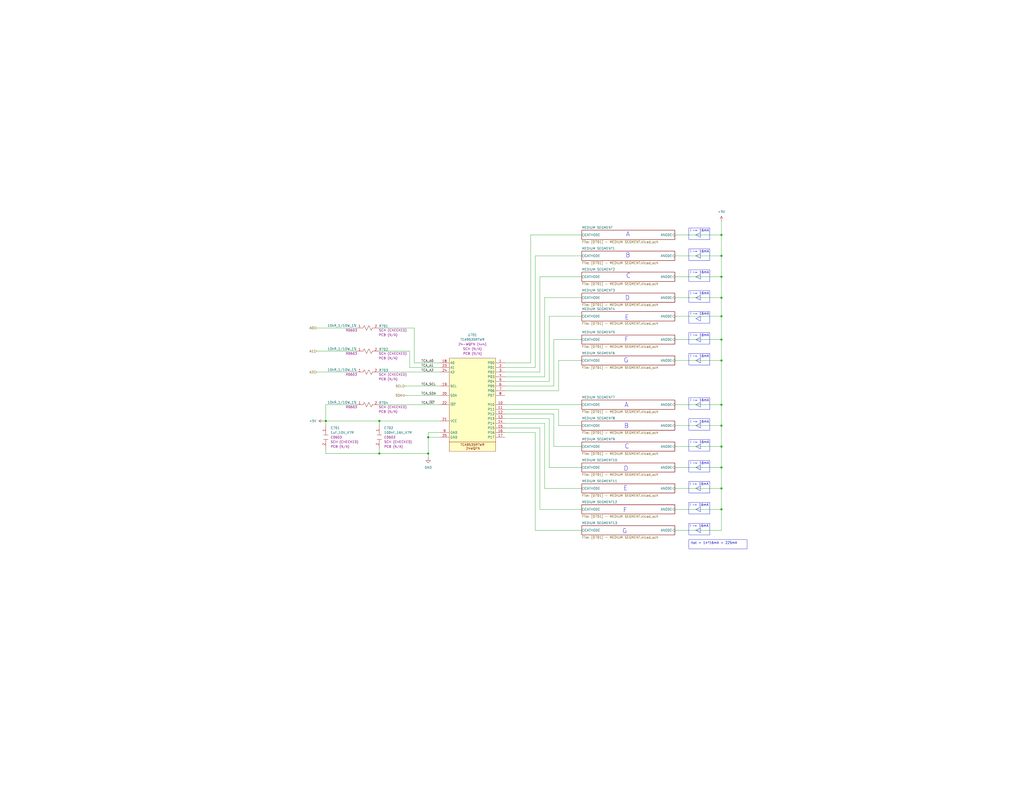
<source format=kicad_sch>
(kicad_sch (version 20231120) (generator "eeschema") (generator_version "8.0")
  (paper "C")
  (lib_symbols
    (symbol "_SCHLIB_Mini-Scoreboard:CAP_CER_100nF_16V_X7R_C0603"
      (property "Reference" "C" (at 3.302 4.318 0))
      (property "Value" "100nF_16V_X7R" (at 3.302 6.858 0))
      (property "Package" "C0603" (at 3.556 36.576 0))
      (property "SCH CHECK" "SCH (CHECKED)" (at 3.556 31.242 0))
      (property "PCB CHECK" "PCB (N/A)" (at 3.556 33.782 0))
      (symbol "CAP_CER_100nF_16V_X7R_C0603_0_0"
        (polyline (pts (xy 5.08 1.27) (xy 5.08 -1.27)))
        (polyline (pts (xy 7.62 1.27) (xy 7.62 -1.27)))
      )
      (symbol "CAP_CER_100nF_16V_X7R_C0603_1_1"
        (pin passive line (at 0 0 0) (length 5.08) (name "") (number "1"))
        (pin passive line (at 12.7 0 180) (length 5.08) (name "") (number "2"))
      )
    )
    (symbol "_SCHLIB_Mini-Scoreboard:CAP_CER_1uF_10V_X7R_C0603"
      (property "Reference" "C" (at 3.556 4.064 0))
      (property "Value" "1uF_10V_X7R" (at 3.81 6.604 0))
      (property "Package" "C0603" (at 3.81 35.306 0))
      (property "SCH CHECK" "SCH (CHECKED)" (at 3.81 29.972 0))
      (property "PCB CHECK" "PCB (N/A)" (at 3.81 32.512 0))
      (symbol "CAP_CER_1uF_10V_X7R_C0603_0_0"
        (polyline (pts (xy 5.08 1.27) (xy 5.08 -1.27)))
        (polyline (pts (xy 7.62 1.27) (xy 7.62 -1.27)))
      )
      (symbol "CAP_CER_1uF_10V_X7R_C0603_1_1"
        (pin passive line (at 0 0 0) (length 5.08) (name "") (number "1"))
        (pin passive line (at 12.7 0 180) (length 5.08) (name "") (number "2"))
      )
    )
    (symbol "_SCHLIB_Mini-Scoreboard:IC_I/O EXPANDER_TCA9535RTWR_16bits_I2C/SMBUS_5.5V_24-WQFN (4x4)"
      (property "Reference" "U" (at 3.556 4.064 0))
      (property "Value" "TCA9535RTWR" (at 3.81 6.604 0))
      (property "Package" "24-WQFN (4x4)" (at 3.81 35.306 0))
      (property "SCH CHECK" "SCH (N/A)" (at 3.81 29.972 0))
      (property "PCB CHECK" "PCB (N/A)" (at 3.81 32.512 0))
      (symbol "IC_I/O EXPANDER_TCA9535RTWR_16bits_I2C/SMBUS_5.5V_24-WQFN (4x4)_1_1"
        (polyline (pts (xy 0 -45.72) (xy 25.4 -45.72)))
        (rectangle (start 0 0) (end 25.4 -50.8) (fill (type background)))
        (text "24WQFN" (at 12.954 -49.276 0) (effects (font (size 1.27 1.27))))
        (text "TCA9535RTWR" (at 12.7 -47.244 0) (effects (font (size 1.27 1.27))))
        (pin passive line (at 30.48 -2.54 180) (length 5.08) (name "P00") (number "1"))
        (pin passive line (at 30.48 -25.4 180) (length 5.08) (name "P10") (number "10"))
        (pin passive line (at 30.48 -27.94 180) (length 5.08) (name "P11") (number "11"))
        (pin passive line (at 30.48 -30.48 180) (length 5.08) (name "P12") (number "12"))
        (pin passive line (at 30.48 -33.02 180) (length 5.08) (name "P13") (number "13"))
        (pin passive line (at 30.48 -35.56 180) (length 5.08) (name "P14") (number "14"))
        (pin passive line (at 30.48 -38.1 180) (length 5.08) (name "P15") (number "15"))
        (pin passive line (at 30.48 -40.64 180) (length 5.08) (name "P16") (number "16"))
        (pin passive line (at 30.48 -43.18 180) (length 5.08) (name "P17") (number "17"))
        (pin passive line (at -5.08 -2.54 0) (length 5.08) (name "A0") (number "18"))
        (pin passive line (at -5.08 -15.24 0) (length 5.08) (name "SCL") (number "19"))
        (pin passive line (at 30.48 -5.08 180) (length 5.08) (name "P01") (number "2"))
        (pin passive line (at -5.08 -20.32 0) (length 5.08) (name "SDA") (number "20"))
        (pin passive line (at -5.08 -34.29 0) (length 5.08) (name "VCC") (number "21"))
        (pin passive line (at -5.08 -25.4 0) (length 5.08) (name "~{INT}") (number "22"))
        (pin passive line (at -5.08 -5.08 0) (length 5.08) (name "A1") (number "23"))
        (pin passive line (at -5.08 -7.62 0) (length 5.08) (name "A2") (number "24"))
        (pin passive line (at -5.08 -43.18 0) (length 5.08) (name "GND") (number "25"))
        (pin passive line (at 30.48 -7.62 180) (length 5.08) (name "P02") (number "3"))
        (pin passive line (at 30.48 -10.16 180) (length 5.08) (name "P03") (number "4"))
        (pin passive line (at 30.48 -12.7 180) (length 5.08) (name "P04") (number "5"))
        (pin passive line (at 30.48 -15.24 180) (length 5.08) (name "P05") (number "6"))
        (pin passive line (at 30.48 -17.78 180) (length 5.08) (name "P06") (number "7"))
        (pin passive line (at 30.48 -20.32 180) (length 5.08) (name "P07") (number "8"))
        (pin passive line (at -5.08 -40.64 0) (length 5.08) (name "GND") (number "9"))
      )
    )
    (symbol "_SCHLIB_Mini-Scoreboard:RES_10kR_1/10W_1%_R0603"
      (property "Reference" "R" (at 3.302 4.572 0))
      (property "Value" "10kR_1/10W_1%" (at 3.302 6.858 0))
      (property "Package" "R0603" (at 3.302 31.242 0))
      (property "SCH CHECK" "SCH (CHECKED)" (at 3.302 26.67 0))
      (property "PCB CHECK" "PCB (N/A)" (at 3.302 28.956 0))
      (symbol "RES_10kR_1/10W_1%_R0603_0_0"
        (polyline (pts (xy 3.81 0) (xy 4.445 1.27) (xy 5.715 -1.27) (xy 6.985 1.27) (xy 8.255 -1.27) (xy 8.89 0)))
      )
      (symbol "RES_10kR_1/10W_1%_R0603_1_1"
        (pin passive line (at 0 0 0) (length 3.81) (name "") (number "1"))
        (pin passive line (at 12.7 0 180) (length 3.81) (name "") (number "2"))
      )
    )
    (symbol "power:+5V" (power) (pin_numbers hide) (pin_names (offset 0) hide)
      (property "Value" "+5V" (at 0 3.556 0))
      (symbol "+5V_0_1"
        (polyline (pts (xy -0.762 1.27) (xy 0 2.54)))
        (polyline (pts (xy 0 0) (xy 0 2.54)))
        (polyline (pts (xy 0 2.54) (xy 0.762 1.27)))
      )
      (symbol "+5V_1_1"
        (pin power_in line (at 0 0 90) (length 0) (name "~") (number "1"))
      )
    )
    (symbol "power:GND" (power) (pin_numbers hide) (pin_names (offset 0) hide)
      (property "Value" "GND" (at 0 -3.81 0))
      (symbol "GND_0_1"
        (polyline (pts (xy 0 0) (xy 0 -1.27) (xy 1.27 -1.27) (xy 0 -2.54) (xy -1.27 -1.27) (xy 0 -1.27)))
      )
      (symbol "GND_1_1"
        (pin power_in line (at 0 0 270) (length 0) (name "~") (number "1"))
      )
    )
  )
  (junction (at 393.7 196.85))
  (junction (at 233.68 247.65))
  (junction (at 393.7 243.84))
  (junction (at 393.7 128.27))
  (junction (at 393.7 266.7))
  (junction (at 393.7 232.41))
  (junction (at 393.7 162.56))
  (junction (at 393.7 185.42))
  (junction (at 233.68 238.76))
  (junction (at 177.8 229.87))
  (junction (at 207.01 247.65))
  (junction (at 393.7 151.13))
  (junction (at 393.7 139.7))
  (junction (at 393.7 255.27))
  (junction (at 393.7 278.13))
  (junction (at 207.01 229.87))
  (junction (at 393.7 172.72))
  (junction (at 393.7 220.98))
  (polyline (pts (xy 382.27 138.43) (xy 379.73 139.7)))
  (wire (pts (xy 368.3 172.72) (xy 393.7 172.72)))
  (wire (pts (xy 220.98 210.82) (xy 240.03 210.82)))
  (wire (pts (xy 393.7 255.27) (xy 393.7 266.7)))
  (wire (pts (xy 223.52 200.66) (xy 240.03 200.66)))
  (wire (pts (xy 368.3 243.84) (xy 393.7 243.84)))
  (wire (pts (xy 292.1 289.56) (xy 317.5 289.56)))
  (polyline (pts (xy 379.73 255.27) (xy 382.27 256.54)))
  (wire (pts (xy 177.8 229.87) (xy 207.01 229.87)))
  (wire (pts (xy 275.59 223.52) (xy 304.8 223.52)))
  (wire (pts (xy 294.64 233.68) (xy 294.64 278.13)))
  (polyline (pts (xy 382.27 242.57) (xy 382.27 245.11)))
  (wire (pts (xy 393.7 266.7) (xy 393.7 278.13)))
  (wire (pts (xy 294.64 151.13) (xy 317.5 151.13)))
  (wire (pts (xy 368.3 139.7) (xy 393.7 139.7)))
  (wire (pts (xy 393.7 243.84) (xy 393.7 255.27)))
  (wire (pts (xy 292.1 236.22) (xy 292.1 289.56)))
  (wire (pts (xy 233.68 238.76) (xy 240.03 238.76)))
  (wire (pts (xy 275.59 236.22) (xy 292.1 236.22)))
  (polyline (pts (xy 382.27 254) (xy 379.73 255.27)))
  (polyline (pts (xy 382.27 149.86) (xy 382.27 152.4)))
  (wire (pts (xy 368.3 278.13) (xy 393.7 278.13)))
  (polyline (pts (xy 382.27 184.15) (xy 382.27 186.69)))
  (wire (pts (xy 294.64 278.13) (xy 317.5 278.13)))
  (polyline (pts (xy 379.73 289.56) (xy 382.27 290.83)))
  (wire (pts (xy 393.7 120.65) (xy 393.7 128.27)))
  (polyline (pts (xy 382.27 127) (xy 382.27 129.54)))
  (polyline (pts (xy 382.27 161.29) (xy 382.27 163.83)))
  (wire (pts (xy 207.01 229.87) (xy 207.01 232.41)))
  (wire (pts (xy 207.01 220.98) (xy 240.03 220.98)))
  (polyline (pts (xy 379.73 266.7) (xy 382.27 267.97)))
  (polyline (pts (xy 379.73 128.27) (xy 382.27 129.54)))
  (polyline (pts (xy 379.73 196.85) (xy 382.27 198.12)))
  (wire (pts (xy 223.52 191.77) (xy 223.52 200.66)))
  (wire (pts (xy 292.1 200.66) (xy 292.1 139.7)))
  (polyline (pts (xy 379.73 151.13) (xy 382.27 152.4)))
  (wire (pts (xy 172.72 179.07) (xy 194.31 179.07)))
  (polyline (pts (xy 382.27 254) (xy 382.27 256.54)))
  (wire (pts (xy 177.8 247.65) (xy 207.01 247.65)))
  (polyline (pts (xy 379.73 162.56) (xy 382.27 163.83)))
  (polyline (pts (xy 382.27 288.29) (xy 382.27 290.83)))
  (wire (pts (xy 275.59 228.6) (xy 299.72 228.6)))
  (polyline (pts (xy 379.73 243.84) (xy 382.27 245.11)))
  (wire (pts (xy 304.8 223.52) (xy 304.8 232.41)))
  (polyline (pts (xy 382.27 265.43) (xy 379.73 266.7)))
  (wire (pts (xy 220.98 215.9) (xy 240.03 215.9)))
  (wire (pts (xy 368.3 162.56) (xy 393.7 162.56)))
  (polyline (pts (xy 382.27 195.58) (xy 379.73 196.85)))
  (wire (pts (xy 226.06 198.12) (xy 240.03 198.12)))
  (wire (pts (xy 393.7 172.72) (xy 393.7 185.42)))
  (wire (pts (xy 368.3 220.98) (xy 393.7 220.98)))
  (polyline (pts (xy 382.27 138.43) (xy 382.27 140.97)))
  (wire (pts (xy 299.72 172.72) (xy 317.5 172.72)))
  (wire (pts (xy 393.7 220.98) (xy 393.7 232.41)))
  (wire (pts (xy 207.01 203.2) (xy 240.03 203.2)))
  (polyline (pts (xy 382.27 288.29) (xy 379.73 289.56)))
  (wire (pts (xy 299.72 255.27) (xy 317.5 255.27)))
  (wire (pts (xy 233.68 236.22) (xy 240.03 236.22)))
  (wire (pts (xy 393.7 128.27) (xy 393.7 139.7)))
  (wire (pts (xy 368.3 255.27) (xy 393.7 255.27)))
  (polyline (pts (xy 382.27 184.15) (xy 379.73 185.42)))
  (wire (pts (xy 299.72 208.28) (xy 299.72 172.72)))
  (wire (pts (xy 297.18 231.14) (xy 297.18 266.7)))
  (wire (pts (xy 368.3 196.85) (xy 393.7 196.85)))
  (wire (pts (xy 368.3 151.13) (xy 393.7 151.13)))
  (wire (pts (xy 302.26 226.06) (xy 302.26 243.84)))
  (wire (pts (xy 368.3 128.27) (xy 393.7 128.27)))
  (wire (pts (xy 299.72 228.6) (xy 299.72 255.27)))
  (wire (pts (xy 172.72 203.2) (xy 194.31 203.2)))
  (polyline (pts (xy 382.27 265.43) (xy 382.27 267.97)))
  (wire (pts (xy 233.68 250.19) (xy 233.68 247.65)))
  (wire (pts (xy 393.7 151.13) (xy 393.7 162.56)))
  (wire (pts (xy 289.56 198.12) (xy 289.56 128.27)))
  (wire (pts (xy 393.7 139.7) (xy 393.7 151.13)))
  (polyline (pts (xy 382.27 231.14) (xy 379.73 232.41)))
  (polyline (pts (xy 382.27 172.72) (xy 379.73 173.99)))
  (wire (pts (xy 176.53 229.87) (xy 177.8 229.87)))
  (wire (pts (xy 207.01 179.07) (xy 226.06 179.07)))
  (wire (pts (xy 275.59 205.74) (xy 297.18 205.74)))
  (polyline (pts (xy 379.73 173.99) (xy 382.27 175.26)))
  (wire (pts (xy 393.7 289.56) (xy 368.3 289.56)))
  (polyline (pts (xy 382.27 195.58) (xy 382.27 198.12)))
  (wire (pts (xy 393.7 196.85) (xy 393.7 220.98)))
  (polyline (pts (xy 382.27 231.14) (xy 382.27 233.68)))
  (wire (pts (xy 207.01 229.87) (xy 240.03 229.87)))
  (wire (pts (xy 275.59 208.28) (xy 299.72 208.28)))
  (wire (pts (xy 275.59 220.98) (xy 317.5 220.98)))
  (wire (pts (xy 294.64 203.2) (xy 294.64 151.13)))
  (wire (pts (xy 207.01 245.11) (xy 207.01 247.65)))
  (polyline (pts (xy 382.27 242.57) (xy 379.73 243.84)))
  (wire (pts (xy 275.59 200.66) (xy 292.1 200.66)))
  (wire (pts (xy 304.8 213.36) (xy 304.8 196.85)))
  (wire (pts (xy 302.26 185.42) (xy 317.5 185.42)))
  (wire (pts (xy 297.18 266.7) (xy 317.5 266.7)))
  (polyline (pts (xy 382.27 219.71) (xy 379.73 220.98)))
  (polyline (pts (xy 379.73 232.41) (xy 382.27 233.68)))
  (wire (pts (xy 233.68 247.65) (xy 233.68 238.76)))
  (wire (pts (xy 233.68 238.76) (xy 233.68 236.22)))
  (wire (pts (xy 292.1 139.7) (xy 317.5 139.7)))
  (wire (pts (xy 275.59 226.06) (xy 302.26 226.06)))
  (wire (pts (xy 302.26 243.84) (xy 317.5 243.84)))
  (wire (pts (xy 368.3 232.41) (xy 393.7 232.41)))
  (wire (pts (xy 302.26 210.82) (xy 302.26 185.42)))
  (wire (pts (xy 275.59 233.68) (xy 294.64 233.68)))
  (polyline (pts (xy 382.27 149.86) (xy 379.73 151.13)))
  (polyline (pts (xy 379.73 139.7) (xy 382.27 140.97)))
  (wire (pts (xy 275.59 210.82) (xy 302.26 210.82)))
  (wire (pts (xy 275.59 198.12) (xy 289.56 198.12)))
  (wire (pts (xy 297.18 162.56) (xy 317.5 162.56)))
  (wire (pts (xy 275.59 203.2) (xy 294.64 203.2)))
  (wire (pts (xy 177.8 245.11) (xy 177.8 247.65)))
  (polyline (pts (xy 382.27 172.72) (xy 382.27 175.26)))
  (polyline (pts (xy 379.73 278.13) (xy 382.27 279.4)))
  (wire (pts (xy 368.3 266.7) (xy 393.7 266.7)))
  (polyline (pts (xy 382.27 219.71) (xy 382.27 222.25)))
  (wire (pts (xy 275.59 213.36) (xy 304.8 213.36)))
  (wire (pts (xy 393.7 232.41) (xy 393.7 243.84)))
  (polyline (pts (xy 382.27 276.86) (xy 379.73 278.13)))
  (polyline (pts (xy 382.27 161.29) (xy 379.73 162.56)))
  (wire (pts (xy 368.3 185.42) (xy 393.7 185.42)))
  (wire (pts (xy 177.8 229.87) (xy 177.8 232.41)))
  (wire (pts (xy 275.59 231.14) (xy 297.18 231.14)))
  (wire (pts (xy 304.8 196.85) (xy 317.5 196.85)))
  (wire (pts (xy 207.01 191.77) (xy 223.52 191.77)))
  (wire (pts (xy 194.31 220.98) (xy 177.8 220.98)))
  (wire (pts (xy 393.7 278.13) (xy 393.7 289.56)))
  (polyline (pts (xy 382.27 127) (xy 379.73 128.27)))
  (wire (pts (xy 226.06 179.07) (xy 226.06 198.12)))
  (wire (pts (xy 177.8 220.98) (xy 177.8 229.87)))
  (wire (pts (xy 289.56 128.27) (xy 317.5 128.27)))
  (wire (pts (xy 207.01 247.65) (xy 233.68 247.65)))
  (wire (pts (xy 393.7 185.42) (xy 393.7 196.85)))
  (polyline (pts (xy 382.27 276.86) (xy 382.27 279.4)))
  (wire (pts (xy 297.18 205.74) (xy 297.18 162.56)))
  (wire (pts (xy 393.7 162.56) (xy 393.7 172.72)))
  (wire (pts (xy 172.72 191.77) (xy 194.31 191.77)))
  (wire (pts (xy 304.8 232.41) (xy 317.5 232.41)))
  (polyline (pts (xy 379.73 185.42) (xy 382.27 186.69)))
  (polyline (pts (xy 379.73 220.98) (xy 382.27 222.25)))
  (rectangle (start 375.92 251.46) (end 387.35 257.81))
  (rectangle (start 375.92 262.89) (end 387.35 269.24))
  (rectangle (start 375.92 158.75) (end 387.35 165.1))
  (rectangle (start 375.92 285.75) (end 387.35 292.1))
  (rectangle (start 375.92 193.04) (end 387.35 199.39))
  (rectangle (start 375.92 181.61) (end 387.35 187.96))
  (rectangle (start 375.92 124.46) (end 387.35 130.81))
  (rectangle (start 375.92 147.32) (end 387.35 153.67))
  (rectangle (start 375.92 217.17) (end 387.35 223.52))
  (rectangle (start 375.92 170.18) (end 387.35 176.53))
  (rectangle (start 375.92 228.6) (end 387.35 234.95))
  (rectangle (start 375.92 135.89) (end 387.35 142.24))
  (rectangle (start 375.92 274.32) (end 387.35 280.67))
  (rectangle (start 375.92 240.03) (end 387.35 246.38))
  (text_box "Itot = 14*16mA = 225mA" (at 375.92 294.64 0) (size 31.75 5.08) (effects (font (size 1.27 1.27)) (justify left top)))
  (text "D" (at 342.392 162.814 0) (effects (font (size 2.54 2.54))))
  (text "I ~= 16mA" (at 381.508 275.844 0) (effects (font (size 1.27 1.27))))
  (text "G" (at 341.63 196.85 0) (effects (font (size 2.54 2.54))))
  (text "D" (at 341.63 256.032 0) (effects (font (size 2.54 2.54))))
  (text "E" (at 341.376 266.7 0) (effects (font (size 2.54 2.54))))
  (text "B" (at 342.646 139.446 0) (effects (font (size 2.54 2.54))))
  (text "C" (at 342.9 150.622 0) (effects (font (size 2.54 2.54))))
  (text "B" (at 341.884 232.664 0) (effects (font (size 2.54 2.54))))
  (text "I ~= 16mA" (at 381.762 183.134 0) (effects (font (size 1.27 1.27))))
  (text "A" (at 341.884 221.234 0) (effects (font (size 2.54 2.54))))
  (text "I ~= 16mA" (at 381.762 160.274 0) (effects (font (size 1.27 1.27))))
  (text "A" (at 342.646 128.016 0) (effects (font (size 2.54 2.54))))
  (text "I ~= 16mA" (at 381.762 241.554 0) (effects (font (size 1.27 1.27))))
  (text "I ~= 16mA" (at 381.762 148.844 0) (effects (font (size 1.27 1.27))))
  (text "I ~= 16mA" (at 381.508 287.274 0) (effects (font (size 1.27 1.27))))
  (text "I ~= 16mA" (at 381.762 125.984 0) (effects (font (size 1.27 1.27))))
  (text "G" (at 340.868 290.068 0) (effects (font (size 2.54 2.54))))
  (text "I ~= 16mA" (at 381.762 230.378 0) (effects (font (size 1.27 1.27))))
  (text "E" (at 342.138 173.482 0) (effects (font (size 2.54 2.54))))
  (text "I ~= 16mA" (at 381.762 194.564 0) (effects (font (size 1.27 1.27))))
  (text "I ~= 16mA" (at 381.508 264.414 0) (effects (font (size 1.27 1.27))))
  (text "I ~= 16mA" (at 381.762 137.414 0) (effects (font (size 1.27 1.27))))
  (text "F" (at 341.122 278.638 0) (effects (font (size 2.54 2.54))))
  (text "I ~= 16mA" (at 381.762 252.984 0) (effects (font (size 1.27 1.27))))
  (text "I ~= 16mA" (at 381.762 218.694 0) (effects (font (size 1.27 1.27))))
  (text "C" (at 342.138 243.84 0) (effects (font (size 2.54 2.54))))
  (text "F" (at 341.884 185.42 0) (effects (font (size 2.54 2.54))))
  (text "I ~= 16mA" (at 381.762 171.45 0) (effects (font (size 1.27 1.27))))
  (label "TCA_A1" (at 229.87 200.66 0))
  (label "TCA_A2" (at 229.87 203.2 0))
  (label "TCA_SCL" (at 229.87 210.82 0))
  (label "TCA_SDA" (at 229.87 215.9 0))
  (label "TCA_A0" (at 229.87 198.12 0))
  (label "TCA_~{INT}" (at 229.87 220.98 0))
  (hierarchical_label "SDA" (shape bidirectional) (at 220.98 215.9 180))
  (hierarchical_label "SCL" (shape input) (at 220.98 210.82 180))
  (hierarchical_label "A0" (shape input) (at 172.72 179.07 180))
  (hierarchical_label "A2" (shape input) (at 172.72 203.2 180))
  (hierarchical_label "A1" (shape input) (at 172.72 191.77 180))
  (symbol (lib_id "power:+5V") (at 176.53 229.87 90) (unit 1)
    (property "Reference" "#PWR0702" (effects (hide yes)))
    (property "Value" "+5V" (at 172.72 229.8699 90) (effects (justify left)))
    (property "Description" "Power symbol creates a global label with name \"+5V\"" (effects (hide yes)))
    (instances (project "_HW_Mini-Scoreboard" (path "" (reference "#PWR0702") (unit 1)) (path "" (reference "#PWR013201") (unit 1))))
  )
  (symbol (lib_id "_SCHLIB_Mini-Scoreboard:RES_10kR_1/10W_1%_R0603") (at 194.31 220.98 0) (unit 1)
    (property "Reference" "R704" (at 209.296 219.964 0))
    (property "Value" "10kR_1/10W_1%" (at 186.69 219.71 0))
    (property "Footprint" "Resistor_SMD:R_0603_1608Metric" (effects (hide yes)))
    (property "Datasheet" "https://www.seielect.com/catalog/sei-rmcf_rmcp.pdf" (effects (hide yes)))
    (property "Description" "10 kOhms ±1% 0.1W, 1/10W Chip Resistor 0603 (1608 Metric) Automotive AEC-Q200 Thick Film" (effects (hide yes)))
    (property "Package" "R0603" (at 191.77 222.25 0))
    (property "Part Number (Manufacturer)" "RMCF0603FT10K0" (effects (hide yes)))
    (property "Manufacturer" "Stackpole Electronics Inc" (effects (hide yes)))
    (property "Part Number (Vendor)" "RMCF0603FT10K0TR-ND" (effects (hide yes)))
    (property "Vendor" "Digikey" (effects (hide yes)))
    (property "Purchase Link" "https://www.digikey.ca/en/products/detail/stackpole-electronics-inc/RMCF0603FT10K0/1761235" (effects (hide yes)))
    (property "SCH CHECK" "SCH (CHECKED)" (at 214.376 222.25 0))
    (property "PCB CHECK" "PCB (N/A)" (at 211.836 224.79 0))
    (instances (project "_HW_Mini-Scoreboard" (path "" (reference "R704") (unit 1)) (path "" (reference "R13204") (unit 1))))
  )
  (symbol (lib_id "_SCHLIB_Mini-Scoreboard:CAP_CER_1uF_10V_X7R_C0603") (at 177.8 232.41 270) (unit 1)
    (property "Reference" "C701" (at 180.34 233.6799 90) (effects (justify left)))
    (property "Value" "1uF_10V_X7R" (at 180.34 236.2199 90) (effects (justify left)))
    (property "Footprint" "Capacitor_SMD:C_0603_1608Metric" (effects (hide yes)))
    (property "Datasheet" "https://mm.digikey.com/Volume0/opasdata/d220001/medias/docus/3584/CL10B105KP8NNNC_Spec.pdf" (effects (hide yes)))
    (property "Description" "1 µF ±10% 10V Ceramic Capacitor X7R 0603 (1608 Metric)" (effects (hide yes)))
    (property "Package" "C0603" (at 180.34 238.7599 90) (effects (justify left)))
    (property "Part Number (Manufacturer)" "CL10B105KP8NNNC" (effects (hide yes)))
    (property "Manufacturer" "Samsung Electro-Mechanics" (effects (hide yes)))
    (property "Part Number (Vendor)" "1276-1946-2-ND" (effects (hide yes)))
    (property "Vendor" "Digikey" (effects (hide yes)))
    (property "Purchase Link" "https://www.digikey.ca/en/products/detail/samsung-electro-mechanics/CL10B105KP8NNNC/3887604" (effects (hide yes)))
    (property "SCH CHECK" "SCH (CHECKED)" (at 180.34 241.2999 90) (effects (justify left)))
    (property "PCB CHECK" "PCB (N/A)" (at 180.34 243.8399 90) (effects (justify left)))
    (instances (project "_HW_Mini-Scoreboard" (path "" (reference "C701") (unit 1)) (path "" (reference "C13201") (unit 1))))
  )
  (symbol (lib_id "power:+5V") (at 393.7 120.65 0) (unit 1)
    (property "Reference" "#PWR013203" (effects (hide yes)))
    (property "Value" "+5V" (at 393.7 115.57 0))
    (property "Description" "Power symbol creates a global label with name \"+5V\"" (effects (hide yes)))
  )
  (symbol (lib_id "_SCHLIB_Mini-Scoreboard:RES_10kR_1/10W_1%_R0603") (at 194.31 203.2 0) (unit 1)
    (property "Reference" "R703" (at 209.296 202.184 0))
    (property "Value" "10kR_1/10W_1%" (at 186.69 201.93 0))
    (property "Footprint" "Resistor_SMD:R_0603_1608Metric" (effects (hide yes)))
    (property "Datasheet" "https://www.seielect.com/catalog/sei-rmcf_rmcp.pdf" (effects (hide yes)))
    (property "Description" "10 kOhms ±1% 0.1W, 1/10W Chip Resistor 0603 (1608 Metric) Automotive AEC-Q200 Thick Film" (effects (hide yes)))
    (property "Package" "R0603" (at 191.77 204.47 0))
    (property "Part Number (Manufacturer)" "RMCF0603FT10K0" (effects (hide yes)))
    (property "Manufacturer" "Stackpole Electronics Inc" (effects (hide yes)))
    (property "Part Number (Vendor)" "RMCF0603FT10K0TR-ND" (effects (hide yes)))
    (property "Vendor" "Digikey" (effects (hide yes)))
    (property "Purchase Link" "https://www.digikey.ca/en/products/detail/stackpole-electronics-inc/RMCF0603FT10K0/1761235" (effects (hide yes)))
    (property "SCH CHECK" "SCH (CHECKED)" (at 214.376 204.47 0))
    (property "PCB CHECK" "PCB (N/A)" (at 211.836 207.01 0))
    (instances (project "_HW_Mini-Scoreboard" (path "" (reference "R703") (unit 1)) (path "" (reference "R13203") (unit 1))))
  )
  (symbol (lib_id "_SCHLIB_Mini-Scoreboard:RES_10kR_1/10W_1%_R0603") (at 194.31 191.77 0) (unit 1)
    (property "Reference" "R702" (at 209.296 190.754 0))
    (property "Value" "10kR_1/10W_1%" (at 186.69 190.5 0))
    (property "Footprint" "Resistor_SMD:R_0603_1608Metric" (effects (hide yes)))
    (property "Datasheet" "https://www.seielect.com/catalog/sei-rmcf_rmcp.pdf" (effects (hide yes)))
    (property "Description" "10 kOhms ±1% 0.1W, 1/10W Chip Resistor 0603 (1608 Metric) Automotive AEC-Q200 Thick Film" (effects (hide yes)))
    (property "Package" "R0603" (at 191.77 193.04 0))
    (property "Part Number (Manufacturer)" "RMCF0603FT10K0" (effects (hide yes)))
    (property "Manufacturer" "Stackpole Electronics Inc" (effects (hide yes)))
    (property "Part Number (Vendor)" "RMCF0603FT10K0TR-ND" (effects (hide yes)))
    (property "Vendor" "Digikey" (effects (hide yes)))
    (property "Purchase Link" "https://www.digikey.ca/en/products/detail/stackpole-electronics-inc/RMCF0603FT10K0/1761235" (effects (hide yes)))
    (property "SCH CHECK" "SCH (CHECKED)" (at 214.376 193.04 0))
    (property "PCB CHECK" "PCB (N/A)" (at 211.836 195.58 0))
    (instances (project "_HW_Mini-Scoreboard" (path "" (reference "R702") (unit 1)) (path "" (reference "R13202") (unit 1))))
  )
  (symbol (lib_id "power:GND") (at 233.68 250.19 0) (unit 1)
    (property "Reference" "#PWR0703" (effects (hide yes)))
    (property "Value" "GND" (at 233.68 255.27 0))
    (property "Description" "Power symbol creates a global label with name \"GND\" , ground" (effects (hide yes)))
    (instances (project "_HW_Mini-Scoreboard" (path "" (reference "#PWR0703") (unit 1)) (path "" (reference "#PWR013202") (unit 1))))
  )
  (symbol (lib_id "_SCHLIB_Mini-Scoreboard:CAP_CER_100nF_16V_X7R_C0603") (at 207.01 232.41 270) (unit 1)
    (property "Reference" "C702" (at 209.55 233.6799 90) (effects (justify left)))
    (property "Value" "100nF_16V_X7R" (at 209.55 236.2199 90) (effects (justify left)))
    (property "Footprint" "Capacitor_SMD:C_0603_1608Metric" (effects (hide yes)))
    (property "Datasheet" "https://mm.digikey.com/Volume0/opasdata/d220001/medias/docus/609/CL10B104KO8NNNC_Spec.pdf" (effects (hide yes)))
    (property "Description" "0.1 µF ±10% 16V Ceramic Capacitor X7R 0603 (1608 Metric)" (effects (hide yes)))
    (property "Package" "C0603" (at 209.55 238.7599 90) (effects (justify left)))
    (property "Part Number (Manufacturer)" "CL10B104KO8NNNC" (effects (hide yes)))
    (property "Manufacturer" "Samsung Electro-Mechanics" (effects (hide yes)))
    (property "Part Number (Vendor)" "1276-1005-2-ND" (effects (hide yes)))
    (property "Vendor" "Digikey" (effects (hide yes)))
    (property "Purchase Link" "https://www.digikey.ca/en/products/detail/samsung-electro-mechanics/CL10B104KO8NNNC/3886663" (effects (hide yes)))
    (property "SCH CHECK" "SCH (CHECKED)" (at 209.55 241.2999 90) (effects (justify left)))
    (property "PCB CHECK" "PCB (N/A)" (at 209.55 243.8399 90) (effects (justify left)))
    (instances (project "_HW_Mini-Scoreboard" (path "" (reference "C702") (unit 1)) (path "" (reference "C13202") (unit 1))))
  )
  (symbol (lib_id "_SCHLIB_Mini-Scoreboard:IC_I/O EXPANDER_TCA9535RTWR_16bits_I2C/SMBUS_5.5V_24-WQFN (4x4)") (at 245.11 195.58 0) (unit 1)
    (property "Reference" "U701" (at 257.81 182.88 0))
    (property "Value" "TCA9535RTWR" (at 257.81 185.42 0))
    (property "Footprint" "_PCBLIB_Mini-Scoreboard:24WQFN_2P45X2P45" (effects (hide yes)))
    (property "Datasheet" "https://www.ti.com/general/docs/suppproductinfo.tsp?distId=10&gotoUrl=https%3A%2F%2Fwww.ti.com%2Flit%2Fgpn%2Ftca9535" (effects (hide yes)))
    (property "Description" "I/O Expander 16 I2C, SMBus 400 kHz 24-WQFN (4x4)" (effects (hide yes)))
    (property "Package" "24-WQFN (4x4)" (at 257.81 187.96 0))
    (property "Part Number (Manufacturer)" "TCA9535RTWR" (effects (hide yes)))
    (property "Manufacturer" "Texas Instruments" (effects (hide yes)))
    (property "Part Number (Vendor)" "296-25156-2-ND" (effects (hide yes)))
    (property "Vendor" "Digikey" (effects (hide yes)))
    (property "Purchase Link" "https://www.digikey.ca/en/products/detail/texas-instruments/TCA9535RTWR/2170374" (effects (hide yes)))
    (property "SCH CHECK" "SCH (N/A)" (at 257.81 190.5 0))
    (property "PCB CHECK" "PCB (N/A)" (at 257.81 193.04 0))
    (instances (project "_HW_Mini-Scoreboard" (path "" (reference "U701") (unit 1)) (path "" (reference "U13201") (unit 1))))
  )
  (symbol (lib_id "_SCHLIB_Mini-Scoreboard:RES_10kR_1/10W_1%_R0603") (at 194.31 179.07 0) (unit 1)
    (property "Reference" "R701" (at 209.296 178.054 0))
    (property "Value" "10kR_1/10W_1%" (at 186.69 177.8 0))
    (property "Footprint" "Resistor_SMD:R_0603_1608Metric" (effects (hide yes)))
    (property "Datasheet" "https://www.seielect.com/catalog/sei-rmcf_rmcp.pdf" (effects (hide yes)))
    (property "Description" "10 kOhms ±1% 0.1W, 1/10W Chip Resistor 0603 (1608 Metric) Automotive AEC-Q200 Thick Film" (effects (hide yes)))
    (property "Package" "R0603" (at 191.77 180.34 0))
    (property "Part Number (Manufacturer)" "RMCF0603FT10K0" (effects (hide yes)))
    (property "Manufacturer" "Stackpole Electronics Inc" (effects (hide yes)))
    (property "Part Number (Vendor)" "RMCF0603FT10K0TR-ND" (effects (hide yes)))
    (property "Vendor" "Digikey" (effects (hide yes)))
    (property "Purchase Link" "https://www.digikey.ca/en/products/detail/stackpole-electronics-inc/RMCF0603FT10K0/1761235" (effects (hide yes)))
    (property "SCH CHECK" "SCH (CHECKED)" (at 214.376 180.34 0))
    (property "PCB CHECK" "PCB (N/A)" (at 211.836 182.88 0))
    (instances (project "_HW_Mini-Scoreboard" (path "" (reference "R701") (unit 1)) (path "" (reference "R13201") (unit 1))))
  )
  (sheet (at 317.5 194.31) (size 50.8 5.08) (stroke (width 0.1524))
    (property "Sheetname" "MEDIUM SEGMENT6" (at 317.5 193.5984 0) (effects (justify left bottom)))
    (property "Sheetfile" "[0701] - MEDIUM SEGMENT.kicad_sch" (at 317.5 199.9746 0) (effects (justify left top)))
    (pin "ANODE" input (at 368.3 196.85 0))
    (pin "CATHODE" output (at 317.5 196.85 180))
  )
  (sheet (at 317.5 252.73) (size 50.8 5.08) (stroke (width 0.1524))
    (property "Sheetname" "MEDIUM SEGMENT10" (at 317.5 252.0184 0) (effects (justify left bottom)))
    (property "Sheetfile" "[0701] - MEDIUM SEGMENT.kicad_sch" (at 317.5 258.3946 0) (effects (justify left top)))
    (pin "ANODE" input (at 368.3 255.27 0))
    (pin "CATHODE" output (at 317.5 255.27 180))
  )
  (sheet (at 317.5 125.73) (size 50.8 5.08) (stroke (width 0.1524))
    (property "Sheetname" "MEDIUM SEGMENT" (at 317.5 125.0184 0) (effects (justify left bottom)))
    (property "Sheetfile" "[0701] - MEDIUM SEGMENT.kicad_sch" (at 317.5 131.3946 0) (effects (justify left top)))
    (pin "ANODE" input (at 368.3 128.27 0))
    (pin "CATHODE" output (at 317.5 128.27 180))
  )
  (sheet (at 317.5 182.88) (size 50.8 5.08) (stroke (width 0.1524))
    (property "Sheetname" "MEDIUM SEGMENT5" (at 317.5 182.1684 0) (effects (justify left bottom)))
    (property "Sheetfile" "[0701] - MEDIUM SEGMENT.kicad_sch" (at 317.5 188.5446 0) (effects (justify left top)))
    (pin "ANODE" input (at 368.3 185.42 0))
    (pin "CATHODE" output (at 317.5 185.42 180))
  )
  (sheet (at 317.5 275.59) (size 50.8 5.08) (stroke (width 0.1524))
    (property "Sheetname" "MEDIUM SEGMENT12" (at 317.5 274.8784 0) (effects (justify left bottom)))
    (property "Sheetfile" "[0701] - MEDIUM SEGMENT.kicad_sch" (at 317.5 281.2546 0) (effects (justify left top)))
    (pin "ANODE" input (at 368.3 278.13 0))
    (pin "CATHODE" output (at 317.5 278.13 180))
  )
  (sheet (at 317.5 241.3) (size 50.8 5.08) (stroke (width 0.1524))
    (property "Sheetname" "MEDIUM SEGMENT9" (at 317.5 240.5884 0) (effects (justify left bottom)))
    (property "Sheetfile" "[0701] - MEDIUM SEGMENT.kicad_sch" (at 317.5 246.9646 0) (effects (justify left top)))
    (pin "ANODE" input (at 368.3 243.84 0))
    (pin "CATHODE" output (at 317.5 243.84 180))
  )
  (sheet (at 317.5 287.02) (size 50.8 5.08) (stroke (width 0.1524))
    (property "Sheetname" "MEDIUM SEGMENT13" (at 317.5 286.3084 0) (effects (justify left bottom)))
    (property "Sheetfile" "[0701] - MEDIUM SEGMENT.kicad_sch" (at 317.5 292.6846 0) (effects (justify left top)))
    (pin "ANODE" input (at 368.3 289.56 0))
    (pin "CATHODE" output (at 317.5 289.56 180))
  )
  (sheet (at 317.5 229.87) (size 50.8 5.08) (stroke (width 0.1524))
    (property "Sheetname" "MEDIUM SEGMENT8" (at 317.5 229.1584 0) (effects (justify left bottom)))
    (property "Sheetfile" "[0701] - MEDIUM SEGMENT.kicad_sch" (at 317.5 235.5346 0) (effects (justify left top)))
    (pin "ANODE" input (at 368.3 232.41 0))
    (pin "CATHODE" output (at 317.5 232.41 180))
  )
  (sheet (at 317.5 264.16) (size 50.8 5.08) (stroke (width 0.1524))
    (property "Sheetname" "MEDIUM SEGMENT11" (at 317.5 263.4484 0) (effects (justify left bottom)))
    (property "Sheetfile" "[0701] - MEDIUM SEGMENT.kicad_sch" (at 317.5 269.8246 0) (effects (justify left top)))
    (pin "ANODE" input (at 368.3 266.7 0))
    (pin "CATHODE" output (at 317.5 266.7 180))
  )
  (sheet (at 317.5 218.44) (size 50.8 5.08) (stroke (width 0.1524))
    (property "Sheetname" "MEDIUM SEGMENT7" (at 317.5 217.7284 0) (effects (justify left bottom)))
    (property "Sheetfile" "[0701] - MEDIUM SEGMENT.kicad_sch" (at 317.5 224.1046 0) (effects (justify left top)))
    (pin "ANODE" input (at 368.3 220.98 0))
    (pin "CATHODE" output (at 317.5 220.98 180))
  )
  (sheet (at 317.5 137.16) (size 50.8 5.08) (stroke (width 0.1524))
    (property "Sheetname" "MEDIUM SEGMENT1" (at 317.5 136.4484 0) (effects (justify left bottom)))
    (property "Sheetfile" "[0701] - MEDIUM SEGMENT.kicad_sch" (at 317.5 142.8246 0) (effects (justify left top)))
    (pin "ANODE" input (at 368.3 139.7 0))
    (pin "CATHODE" output (at 317.5 139.7 180))
  )
  (sheet (at 317.5 160.02) (size 50.8 5.08) (stroke (width 0.1524))
    (property "Sheetname" "MEDIUM SEGMENT3" (at 317.5 159.3084 0) (effects (justify left bottom)))
    (property "Sheetfile" "[0701] - MEDIUM SEGMENT.kicad_sch" (at 317.5 165.6846 0) (effects (justify left top)))
    (pin "ANODE" input (at 368.3 162.56 0))
    (pin "CATHODE" output (at 317.5 162.56 180))
  )
  (sheet (at 317.5 148.59) (size 50.8 5.08) (stroke (width 0.1524))
    (property "Sheetname" "MEDIUM SEGMENT2" (at 317.5 147.8784 0) (effects (justify left bottom)))
    (property "Sheetfile" "[0701] - MEDIUM SEGMENT.kicad_sch" (at 317.5 154.2546 0) (effects (justify left top)))
    (pin "ANODE" input (at 368.3 151.13 0))
    (pin "CATHODE" output (at 317.5 151.13 180))
  )
  (sheet (at 317.5 170.18) (size 50.8 5.08) (stroke (width 0.1524))
    (property "Sheetname" "MEDIUM SEGMENT4" (at 317.5 169.4684 0) (effects (justify left bottom)))
    (property "Sheetfile" "[0701] - MEDIUM SEGMENT.kicad_sch" (at 317.5 175.8446 0) (effects (justify left top)))
    (pin "ANODE" input (at 368.3 172.72 0))
    (pin "CATHODE" output (at 317.5 172.72 180))
  )
)
</source>
